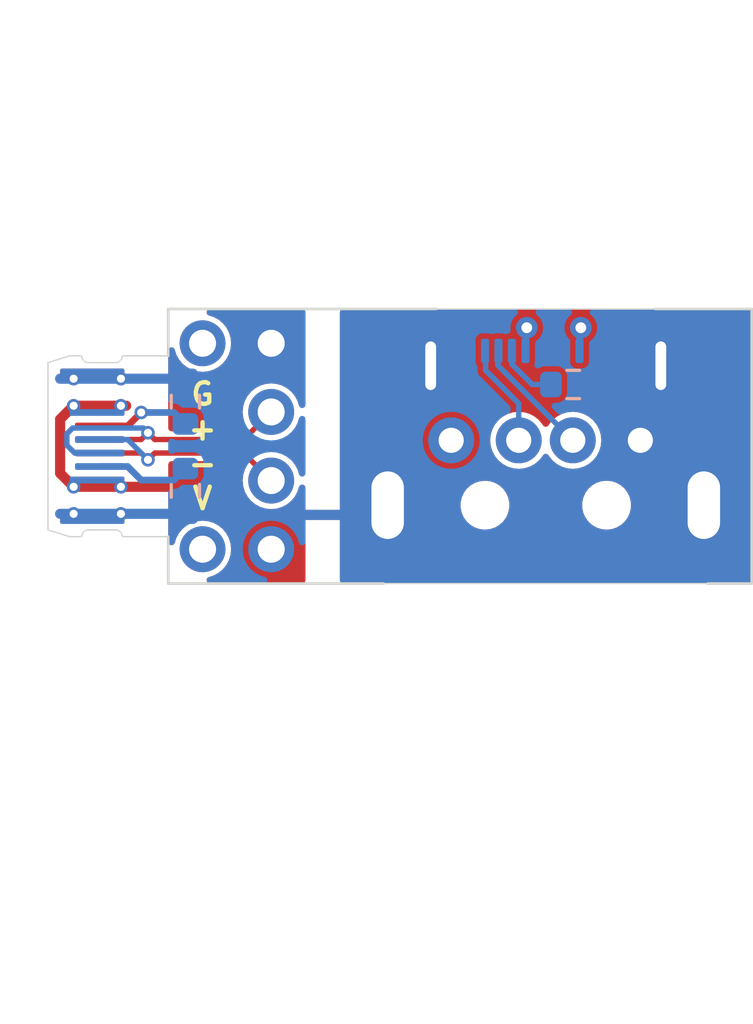
<source format=kicad_pcb>
(kicad_pcb (version 20221018) (generator pcbnew)
  (layers (0 "F.Cu" signal) (31 "B.Cu" signal) (34 "B.Paste" user) (35 "F.Paste" user) (36 "B.SilkS" user "B.Silkscreen") (37 "F.SilkS" user "F.Silkscreen") (38 "B.Mask" user) (39 "F.Mask" user) (44 "Edge.Cuts" user))
  (net 0 "")
  (net 1 "gnd")
  (net 2 "vbus")
  (net 3 "d-")
  (net 4 "d+")
  (net 5 "cc")
  (footprint "Connector_PinHeader_2.54mm:PinHeader_1x01_P2.54mm_Vertical" (layer "F.Cu") (at 101.27 96.19)
    (fp_text reference "REF**" hide)
    (fp_text value "PinHeader_1x01_P2.54mm_Vertical" hide)
    (pad "1" thru_hole circle (at 0 0) (size 1.7 1.7) (drill 1) (layers "*.Cu" "*.Mask"))
  )
  (footprint "Connector_PinHeader_2.54mm:PinHeader_1x01_P2.54mm_Vertical" (layer "F.Cu") (at 101.27 103.81)
    (fp_text reference "REF**" hide)
    (fp_text value "PinHeader_1x01_P2.54mm_Vertical" hide)
    (pad "1" thru_hole circle (at 0 0) (size 1.7 1.7) (drill 1) (layers "*.Cu" "*.Mask"))
  )
  (footprint "Connector_PinHeader_2.54mm:PinHeader_1x04_P2.54mm_Vertical" (layer "F.Cu") (at 103.81 96.19)
    (fp_text reference "REF**" hide)
    (fp_text value "PinHeader_1x04_P2.54mm_Vertical" hide)
    (pad "1" thru_hole rect (at 0 0) (size 1.7 1.7) (drill 1) (layers "*.Cu" "*.Mask") (net 1 "gnd"))
    (pad "2" thru_hole oval (at 0 2.54) (size 1.7 1.7) (drill 1) (layers "*.Cu" "*.Mask"))
    (pad "3" thru_hole oval (at 0 5.08) (size 1.7 1.7) (drill 1) (layers "*.Cu" "*.Mask"))
    (pad "4" thru_hole oval (at 0 7.62) (size 1.7 1.7) (drill 1) (layers "*.Cu" "*.Mask") (net 2 "vbus"))
  )
  (footprint "Library:USB-C" (layer "F.Cu") (at 100 100 180)
    (fp_text reference "J1" hide)
    (fp_text value "USB-C" hide)
    (fp_line (start 0 -3.345) (end 1.7 -3.345) (stroke (width 0.05)) (layer "Edge.Cuts"))
    (fp_line (start 0 3.345) (end 1.7 3.345) (stroke (width 0.05)) (layer "Edge.Cuts"))
    (fp_line (start 1.95 -3.095) (end 2.95 -3.095) (stroke (width 0.05)) (layer "Edge.Cuts"))
    (fp_line (start 1.95 3.095) (end 2.95 3.095) (stroke (width 0.05)) (layer "Edge.Cuts"))
    (fp_line (start 3.2 -3.345) (end 3.65 -3.345) (stroke (width 0.05)) (layer "Edge.Cuts"))
    (fp_line (start 3.2 3.345) (end 3.65 3.345) (stroke (width 0.05)) (layer "Edge.Cuts"))
    (fp_line (start 3.65 -3.345) (end 4.45 -3.095) (stroke (width 0.05)) (layer "Edge.Cuts"))
    (fp_line (start 3.65 3.345) (end 4.45 3.095) (stroke (width 0.05)) (layer "Edge.Cuts"))
    (fp_line (start 4.45 -3.095) (end 4.45 0) (stroke (width 0.05)) (layer "Edge.Cuts"))
    (fp_line (start 4.45 3.095) (end 4.45 0) (stroke (width 0.05)) (layer "Edge.Cuts"))
    (fp_arc (start 1.7 3.345) (mid 1.773223 3.168223) (end 1.95 3.095) (stroke (width 0.05)) (layer "Edge.Cuts"))
    (fp_arc (start 1.95 -3.095) (mid 1.773223 -3.168223) (end 1.7 -3.345) (stroke (width 0.05)) (layer "Edge.Cuts"))
    (fp_arc (start 2.95 3.095) (mid 3.126777 3.168223) (end 3.2 3.345) (stroke (width 0.05)) (layer "Edge.Cuts"))
    (fp_arc (start 3.2 -3.345) (mid 3.126777 -3.168223) (end 2.95 -3.095) (stroke (width 0.05)) (layer "Edge.Cuts"))
    (pad "1" smd roundrect (at 2.81 -2.75 180) (size 2.38 0.25) (layers "F.Cu" "F.Paste" "F.Mask") (net 1 "gnd"))
    (pad "1" smd roundrect (at 2.81 -2.75 180) (size 2.38 0.25) (layers "B.Cu" "B.Paste" "B.Mask") (net 1 "gnd"))
    (pad "1" smd roundrect (at 2.81 2.75 180) (size 2.38 0.25) (layers "F.Cu" "F.Paste" "F.Mask") (net 1 "gnd"))
    (pad "1" smd roundrect (at 2.81 2.75 180) (size 2.38 0.25) (layers "B.Cu" "B.Paste" "B.Mask") (net 1 "gnd"))
    (pad "2" smd roundrect (at 2.535 -0.25 180) (size 1.83 0.25) (layers "B.Cu" "B.Paste" "B.Mask"))
    (pad "2" smd roundrect (at 2.535 0.25 180) (size 1.83 0.25) (layers "F.Cu" "F.Paste" "F.Mask"))
    (pad "3" smd roundrect (at 2.535 -0.25 180) (size 1.83 0.25) (layers "F.Cu" "F.Paste" "F.Mask"))
    (pad "3" smd roundrect (at 2.535 0.25 180) (size 1.83 0.25) (layers "B.Cu" "B.Paste" "B.Mask"))
    (pad "4" smd roundrect (at 2.635 -1.25 180) (size 2.03 0.25) (layers "F.Cu" "F.Paste" "F.Mask") (net 2 "vbus"))
    (pad "4" smd roundrect (at 2.635 -1.25 180) (size 2.03 0.25) (layers "B.Cu" "B.Paste" "B.Mask") (net 2 "vbus"))
    (pad "4" smd roundrect (at 2.635 1.25 180) (size 2.03 0.25) (layers "F.Cu" "F.Paste" "F.Mask") (net 2 "vbus"))
    (pad "4" smd roundrect (at 2.635 1.25 180) (size 2.03 0.25) (layers "B.Cu" "B.Paste" "B.Mask") (net 2 "vbus"))
    (pad "5" smd roundrect (at 2.535 0.75 180) (size 1.83 0.25) (layers "F.Cu" "F.Paste" "F.Mask"))
    (pad "6" smd roundrect (at 2.535 -0.75 180) (size 1.83 0.25) (layers "B.Cu" "B.Paste" "B.Mask"))
  )
  (footprint "Library:USB_C_PLUG_00402-UCAM002-X" (layer "B.Cu") (at 113.97 94.920001)
    (fp_text reference "REF**" hide)
    (fp_text value "USB_C_PLUG_00402-UCAM002-X" hide)
    (fp_line (start -4.05 0) (end 4.05 0) (stroke (width 0.05)) (layer "Edge.Cuts"))
    (pad "1" thru_hole oval (at -4.258 2.1) (size 1 2.4) (drill oval 0.4 1.8) (layers "*.Cu" "*.Mask") (net 1 "gnd"))
    (pad "1" smd rect (at -3.575 1.05) (size 0.8 1.5) (layers "B.Cu" "B.Paste" "B.Mask") (net 1 "gnd"))
    (pad "1" smd roundrect (at -2.75 1.55) (size 0.3 0.9) (layers "B.Cu" "B.Paste" "B.Mask") (net 1 "gnd"))
    (pad "1" smd roundrect (at 0.75 1.55) (size 0.3 0.9) (layers "B.Cu" "B.Paste" "B.Mask") (net 1 "gnd"))
    (pad "1" smd roundrect (at 2.75 1.55) (size 0.3 0.9) (layers "B.Cu" "B.Paste" "B.Mask") (net 1 "gnd"))
    (pad "1" smd rect (at 3.575 1.05) (size 0.8 1.5) (layers "B.Cu" "B.Paste" "B.Mask") (net 1 "gnd"))
    (pad "1" thru_hole oval (at 4.258 2.1) (size 1 2.4) (drill oval 0.4 1.8) (layers "*.Cu" "*.Mask") (net 1 "gnd"))
    (pad "2" smd roundrect (at -1.75 1.55) (size 0.3 0.9) (layers "B.Cu" "B.Paste" "B.Mask") (net 4 "d+"))
    (pad "3" smd roundrect (at -2.25 1.55) (size 0.3 0.9) (layers "B.Cu" "B.Paste" "B.Mask") (net 3 "d-"))
    (pad "4" smd roundrect (at -0.75 1.55) (size 0.3 0.9) (layers "B.Cu" "B.Paste" "B.Mask") (net 2 "vbus"))
    (pad "4" smd roundrect (at 1.25 1.55) (size 0.3 0.9) (layers "B.Cu" "B.Paste" "B.Mask") (net 2 "vbus"))
    (pad "5" smd roundrect (at -1.25 1.55) (size 0.3 0.9) (layers "B.Cu" "B.Paste" "B.Mask") (net 5 "cc"))
  )
  (footprint "Resistor_SMD:R_0603_1608Metric" (layer "B.Cu") (at 100.635 98.349 90)
    (fp_text reference "R5" hide)
    (fp_text value "5k1" hide)
    (fp_line (start -0.237258 -0.5225) (end 0.237258 -0.5225) (stroke (width 0.12)) (layer "B.SilkS"))
    (fp_line (start -0.237258 0.5225) (end 0.237258 0.5225) (stroke (width 0.12)) (layer "B.SilkS"))
    (pad "1" smd roundrect (at -0.825 0 90) (size 0.8 0.95) (layers "B.Cu" "B.Paste" "B.Mask"))
    (pad "2" smd roundrect (at 0.825 0 90) (size 0.8 0.95) (layers "B.Cu" "B.Paste" "B.Mask") (net 1 "gnd"))
  )
  (footprint "Resistor_SMD:R_0603_1608Metric" (layer "B.Cu") (at 100.635 101.651 -90)
    (fp_text reference "R6" hide)
    (fp_text value "5k1" hide)
    (fp_line (start -0.237258 -0.5225) (end 0.237258 -0.5225) (stroke (width 0.12)) (layer "B.SilkS"))
    (fp_line (start -0.237258 0.5225) (end 0.237258 0.5225) (stroke (width 0.12)) (layer "B.SilkS"))
    (pad "1" smd roundrect (at -0.825 0 270) (size 0.8 0.95) (layers "B.Cu" "B.Paste" "B.Mask"))
    (pad "2" smd roundrect (at 0.825 0 270) (size 0.8 0.95) (layers "B.Cu" "B.Paste" "B.Mask") (net 1 "gnd"))
  )
  (footprint "Library:USB_A_PLUG_USB-4AM103AS" (layer "B.Cu") (at 113.97 105.079999 180)
    (fp_text reference "REF**" hide)
    (fp_text value "USB_A_PLUG_USB-4AM103AS" hide)
    (fp_line (start -6 0) (end 6 0) (stroke (width 0.05)) (layer "Edge.Cuts"))
    (pad "" np_thru_hole circle (at -2.25 2.9 180) (size 0.8 0.8) (drill 1.3) (layers "F&B.Cu" "*.Mask"))
    (pad "" np_thru_hole circle (at 2.25 2.9 180) (size 0.8 0.8) (drill 1.3) (layers "F&B.Cu" "*.Mask"))
    (pad "1" thru_hole oval (at -5.85 2.9 180) (size 1.9 3.2) (drill oval 1.2 2.5) (layers "*.Cu" "*.Mask") (net 1 "gnd"))
    (pad "1" thru_hole rect (at -3.5 5.3 180) (size 1.7 1.7) (drill 0.93) (layers "*.Cu" "*.Mask") (net 1 "gnd"))
    (pad "1" thru_hole oval (at 5.85 2.9 180) (size 1.9 3.2) (drill oval 1.2 2.5) (layers "*.Cu" "*.Mask") (net 1 "gnd"))
    (pad "2" thru_hole circle (at -1 5.3 180) (size 1.7 1.7) (drill 0.93) (layers "*.Cu" "*.Mask") (net 4 "d+"))
    (pad "3" thru_hole circle (at 1 5.3 180) (size 1.7 1.7) (drill 0.93) (layers "*.Cu" "*.Mask") (net 3 "d-"))
    (pad "4" thru_hole circle (at 3.5 5.3 180) (size 1.7 1.7) (drill 0.93) (layers "*.Cu" "*.Mask") (net 2 "vbus"))
  )
  (footprint "Resistor_SMD:R_0603_1608Metric" (layer "B.Cu") (at 114.986 97.713999 180)
    (fp_text reference "REF**" hide)
    (fp_text value "R_0603_1608Metric" hide)
    (fp_line (start -0.237258 -0.5225) (end 0.237258 -0.5225) (stroke (width 0.12)) (layer "B.SilkS"))
    (fp_line (start -0.237258 0.5225) (end 0.237258 0.5225) (stroke (width 0.12)) (layer "B.SilkS"))
    (pad "1" smd roundrect (at -0.825 0 180) (size 0.8 0.95) (layers "B.Cu" "B.Paste" "B.Mask") (net 1 "gnd"))
    (pad "2" smd roundrect (at 0.825 0 180) (size 0.8 0.95) (layers "B.Cu" "B.Paste" "B.Mask") (net 5 "cc"))
  )
  (gr_line (start 119.97 105.08) (end 121.59 105.08) (stroke (width 0.1)) (layer "Edge.Cuts"))
  (gr_line (start 109.92 94.92) (end 106.35 94.92) (stroke (width 0.1)) (layer "Edge.Cuts"))
  (gr_line (start 106.35 94.92) (end 105.08 94.92) (stroke (width 0.1)) (layer "Edge.Cuts"))
  (gr_line (start 121.59 105.08) (end 121.59 94.92) (stroke (width 0.1)) (layer "Edge.Cuts"))
  (gr_line (start 107.97 105.08) (end 106.35 105.08) (stroke (width 0.1)) (layer "Edge.Cuts"))
  (gr_line (start 121.59 94.92) (end 118.02 94.92) (stroke (width 0.1)) (layer "Edge.Cuts"))
  (gr_line (start 105.08 105.08) (end 100 105.08) (stroke (width 0.1)) (layer "Edge.Cuts"))
  (gr_line (start 100 94.92) (end 100 96.655) (stroke (width 0.1)) (layer "Edge.Cuts"))
  (gr_line (start 100 103.345) (end 100 105.08) (stroke (width 0.1)) (layer "Edge.Cuts"))
  (gr_line (start 100 94.92) (end 105.08 94.92) (stroke (width 0.1)) (layer "Edge.Cuts"))
  (gr_line (start 105.08 105.08) (end 106.35 105.08) (stroke (width 0.1)) (layer "Edge.Cuts"))
  (gr_text "G\n+\n-\nV" (at 101.27 100) (layer "F.SilkS") (effects (font (size 0.8 0.8) (thickness 0.16) bold)))
  (segment (start 102.79 99.75) (end 99.5 99.75) (width 0.2) (layer "F.Cu") (net 0))
  (segment (start 103.81 101.27) (end 102.79 100.25) (width 0.2) (layer "F.Cu") (net 0))
  (segment (start 99.5 99.75) (end 99.25 99.5) (width 0.2) (layer "F.Cu") (net 0))
  (segment (start 99 99.75) (end 99.25 99.5) (width 0.2) (layer "F.Cu") (net 0))
  (segment (start 102.79 100.25) (end 99.5 100.25) (width 0.2) (layer "F.Cu") (net 0))
  (segment (start 99 100.25) (end 99.25 100.5) (width 0.2) (layer "F.Cu") (net 0))
  (segment (start 97.465 99.25) (end 98.5 99.25) (width 0.25) (layer "F.Cu") (net 0))
  (segment (start 97.465 100.25) (end 99 100.25) (width 0.2) (layer "F.Cu") (net 0))
  (segment (start 103.81 98.73) (end 102.79 99.75) (width 0.2) (layer "F.Cu") (net 0))
  (segment (start 98.5 99.25) (end 99 98.75) (width 0.25) (layer "F.Cu") (net 0))
  (segment (start 97.465 99.75) (end 99 99.75) (width 0.2) (layer "F.Cu") (net 0))
  (segment (start 99.5 100.25) (end 99.25 100.5) (width 0.2) (layer "F.Cu") (net 0))
  (via (at 99.25 100.5) (size 0.5) (drill 0.3) (layers "F.Cu" "B.Cu") (net 0))
  (via (at 99 98.75) (size 0.5) (drill 0.3) (layers "F.Cu" "B.Cu") (net 0))
  (via (at 99.25 99.5) (size 0.5) (drill 0.3) (layers "F.Cu" "B.Cu") (net 0))
  (segment (start 100.635 100.826) (end 100.211 101.25) (width 0.25) (layer "B.Cu") (net 0))
  (segment (start 99 101.25) (end 98.5 100.75) (width 0.25) (layer "B.Cu") (net 0))
  (segment (start 99.075 99.325) (end 96.462346 99.325) (width 0.2) (layer "B.Cu") (net 0))
  (segment (start 98.5 99.75) (end 97.465 99.75) (width 0.2) (layer "B.Cu") (net 0))
  (segment (start 98.5 100.75) (end 97.465 100.75) (width 0.25) (layer "B.Cu") (net 0))
  (segment (start 99.25 99.5) (end 99.075 99.325) (width 0.2) (layer "B.Cu") (net 0))
  (segment (start 96.462346 99.325) (end 96.25 99.537346) (width 0.2) (layer "B.Cu") (net 0))
  (segment (start 96.25 99.962654) (end 96.537346 100.25) (width 0.2) (layer "B.Cu") (net 0))
  (segment (start 100.211 101.25) (end 99 101.25) (width 0.25) (layer "B.Cu") (net 0))
  (segment (start 100.211 98.75) (end 99 98.75) (width 0.25) (layer "B.Cu") (net 0))
  (segment (start 99.25 100.5) (end 98.5 99.75) (width 0.2) (layer "B.Cu") (net 0))
  (segment (start 100.635 99.174) (end 100.211 98.75) (width 0.25) (layer "B.Cu") (net 0))
  (segment (start 96.537346 100.25) (end 97.465 100.25) (width 0.2) (layer "B.Cu") (net 0))
  (segment (start 96.25 99.537346) (end 96.25 99.962654) (width 0.2) (layer "B.Cu") (net 0))
  (via (at 96.5 97.5) (size 0.5) (drill 0.3) (layers "F.Cu" "B.Cu") (net 1))
  (via (at 96.5 102.5) (size 0.5) (drill 0.3) (layers "F.Cu" "B.Cu") (net 1))
  (via (at 98.25 97.5) (size 0.5) (drill 0.3) (layers "F.Cu" "B.Cu") (net 1))
  (via (at 98.25 102.5) (size 0.5) (drill 0.3) (layers "F.Cu" "B.Cu") (net 1))
  (segment (start 96 97.5) (end 100 97.5) (width 0.375) (layer "B.Cu") (net 1))
  (segment (start 100 102.5) (end 96 102.5) (width 0.375) (layer "B.Cu") (net 1))
  (segment (start 105.08 102.54) (end 106.35 102.54) (width 0.375) (layer "B.Cu") (net 1))
  (segment (start 98.445 98.5) (end 96.5 98.5) (width 0.375) (layer "F.Cu") (net 2))
  (segment (start 105.08 102.54) (end 106.35 102.54) (width 0.375) (layer "F.Cu") (net 2))
  (segment (start 96 99) (end 96 101) (width 0.375) (layer "F.Cu") (net 2))
  (segment (start 96.5 101.5) (end 100 101.5) (width 0.375) (layer "F.Cu") (net 2))
  (segment (start 96 101) (end 96.5 101.5) (width 0.375) (layer "F.Cu") (net 2))
  (segment (start 96.5 98.5) (end 96 99) (width 0.375) (layer "F.Cu") (net 2))
  (via (at 96.5 98.5) (size 0.5) (drill 0.3) (layers "F.Cu" "B.Cu") (net 2))
  (via (at 96.5 101.5) (size 0.5) (drill 0.3) (layers "F.Cu" "B.Cu") (net 2))
  (via (at 98.25 101.5) (size 0.5) (drill 0.3) (layers "F.Cu" "B.Cu") (net 2))
  (via (at 113.267811 95.613962) (size 0.8) (drill 0.4) (layers "F.Cu" "B.Cu") (net 2))
  (via (at 98.25 98.5) (size 0.5) (drill 0.3) (layers "F.Cu" "B.Cu") (net 2))
  (via (at 115.267811 95.613962) (size 0.8) (drill 0.4) (layers "F.Cu" "B.Cu") (net 2))
  (segment (start 115.22 95.661773) (end 115.267811 95.613962) (width 0.25) (layer "B.Cu") (net 2))
  (segment (start 115.22 96.470001) (end 115.22 95.661773) (width 0.25) (layer "B.Cu") (net 2))
  (segment (start 113.22 95.661773) (end 113.22 96.47) (width 0.25) (layer "B.Cu") (net 2))
  (segment (start 113.267811 95.613962) (end 113.22 95.661773) (width 0.25) (layer "B.Cu") (net 2))
  (segment (start 112.97 98.416397) (end 112.97 99.78) (width 0.2) (layer "B.Cu") (net 3))
  (segment (start 111.72 96.77) (end 111.745 96.795) (width 0.2) (layer "B.Cu") (net 3))
  (segment (start 111.72 96.47) (end 111.72 96.77) (width 0.2) (layer "B.Cu") (net 3))
  (segment (start 111.745 96.795) (end 111.745 97.191397) (width 0.2) (layer "B.Cu") (net 3))
  (segment (start 111.745 97.191397) (end 112.97 98.416397) (width 0.2) (layer "B.Cu") (net 3))
  (segment (start 112.22 96.77) (end 112.195 96.795) (width 0.2) (layer "B.Cu") (net 4))
  (segment (start 112.22 96.47) (end 112.22 96.77) (width 0.2) (layer "B.Cu") (net 4))
  (segment (start 112.195 96.795) (end 112.195 97.005) (width 0.2) (layer "B.Cu") (net 4))
  (segment (start 112.195 97.005) (end 114.97 99.78) (width 0.2) (layer "B.Cu") (net 4))
  (segment (start 112.72 96.470001) (end 112.72 96.964313) (width 0.2) (layer "B.Cu") (net 5))
  (segment (start 113.469686 97.713999) (end 114.161 97.714) (width 0.2) (layer "B.Cu") (net 5))
  (segment (start 112.72 96.964313) (end 113.469686 97.713999) (width 0.2) (layer "B.Cu") (net 5))
  (segment (start 113.514 97.714) (end 114.161 97.714) (width 0) (layer "B.Cu") (net 5))
  (zone (net 2) (net_name "vbus") (layer "F.Cu") (priority 2) (connect_pads yes (clearance 0.2)) (min_thickness 0.25) (fill yes (thermal_gap 0.2) (thermal_bridge_width 0.25))
    (polygon (pts (xy 100 100) (xy 105.08 100) (xy 105.08 105.08) (xy 100 105.08)))
  )
  (zone (net 2) (net_name "vbus") (layer "F.Cu") (priority 4) (connect_pads yes (clearance 0.2)) (min_thickness 0.25) (fill yes (thermal_gap 0.2) (thermal_bridge_width 0.25))
    (polygon (pts (xy 106.35 94.92) (xy 106.35 105.08) (xy 121.59 105.08) (xy 121.59 94.92)))
  )
  (zone (net 1) (net_name "gnd") (layer "F.Cu") (priority 1) (connect_pads yes (clearance 0.2)) (min_thickness 0.25) (fill yes (thermal_gap 0.2) (thermal_bridge_width 0.25))
    (polygon (pts (xy 100 94.92) (xy 105.08 94.92) (xy 105.08 100) (xy 100 100)))
  )
  (zone (net 1) (net_name "gnd") (layer "B.Cu") (priority 3) (connect_pads yes (clearance 0.2)) (min_thickness 0.25) (fill yes (thermal_gap 0.2) (thermal_bridge_width 0.25))
    (polygon (pts (xy 106.35 94.92) (xy 106.35 105.08) (xy 121.59 105.08) (xy 121.59 94.92)))
  )
  (zone (net 1) (net_name "gnd") (layer "B.Cu") (connect_pads yes (clearance 0.2)) (min_thickness 0.25) (fill yes (thermal_gap 0.2) (thermal_bridge_width 0.25))
    (polygon (pts (xy 100 94.92) (xy 105.08 94.92) (xy 105.08 105.08) (xy 100 105.08)))
  )
)
</source>
